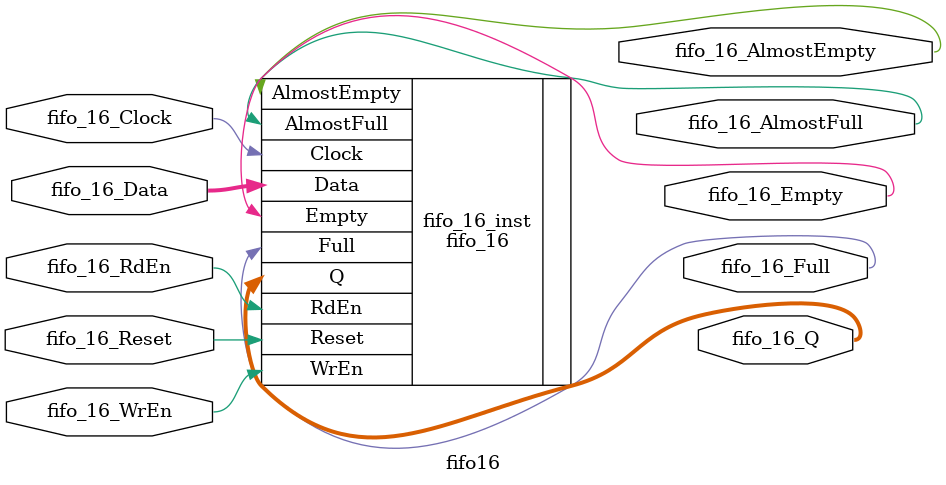
<source format=v>
/* synthesis translate_off*/
`define SBP_SIMULATION
/* synthesis translate_on*/
`ifndef SBP_SIMULATION
`define SBP_SYNTHESIS
`endif

//
// Verific Verilog Description of module fifo16
//
module fifo16 (fifo_16_Data, fifo_16_Q, fifo_16_AlmostEmpty, fifo_16_AlmostFull, 
            fifo_16_Clock, fifo_16_Empty, fifo_16_Full, fifo_16_RdEn, 
            fifo_16_Reset, fifo_16_WrEn) /* synthesis sbp_module=true */ ;
    input [15:0]fifo_16_Data;
    output [15:0]fifo_16_Q;
    output fifo_16_AlmostEmpty;
    output fifo_16_AlmostFull;
    input fifo_16_Clock;
    output fifo_16_Empty;
    output fifo_16_Full;
    input fifo_16_RdEn;
    input fifo_16_Reset;
    input fifo_16_WrEn;
    
    
    fifo_16 fifo_16_inst (.Data({fifo_16_Data}), .Q({fifo_16_Q}), .AlmostEmpty(fifo_16_AlmostEmpty), 
            .AlmostFull(fifo_16_AlmostFull), .Clock(fifo_16_Clock), .Empty(fifo_16_Empty), 
            .Full(fifo_16_Full), .RdEn(fifo_16_RdEn), .Reset(fifo_16_Reset), 
            .WrEn(fifo_16_WrEn));
    
endmodule


</source>
